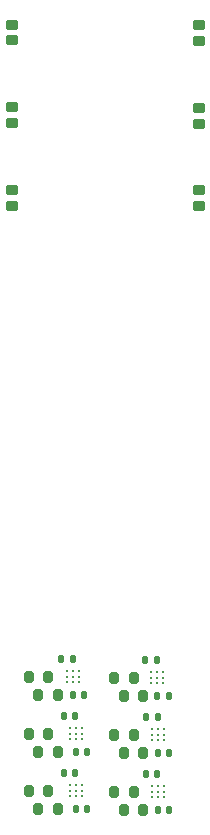
<source format=gbr>
%TF.GenerationSoftware,KiCad,Pcbnew,(6.0.0)*%
%TF.CreationDate,2022-06-30T15:43:38+09:00*%
%TF.ProjectId,TipLets_Board,5469704c-6574-4735-9f42-6f6172642e6b,rev?*%
%TF.SameCoordinates,Original*%
%TF.FileFunction,Paste,Top*%
%TF.FilePolarity,Positive*%
%FSLAX46Y46*%
G04 Gerber Fmt 4.6, Leading zero omitted, Abs format (unit mm)*
G04 Created by KiCad (PCBNEW (6.0.0)) date 2022-06-30 15:43:38*
%MOMM*%
%LPD*%
G01*
G04 APERTURE LIST*
G04 Aperture macros list*
%AMRoundRect*
0 Rectangle with rounded corners*
0 $1 Rounding radius*
0 $2 $3 $4 $5 $6 $7 $8 $9 X,Y pos of 4 corners*
0 Add a 4 corners polygon primitive as box body*
4,1,4,$2,$3,$4,$5,$6,$7,$8,$9,$2,$3,0*
0 Add four circle primitives for the rounded corners*
1,1,$1+$1,$2,$3*
1,1,$1+$1,$4,$5*
1,1,$1+$1,$6,$7*
1,1,$1+$1,$8,$9*
0 Add four rect primitives between the rounded corners*
20,1,$1+$1,$2,$3,$4,$5,0*
20,1,$1+$1,$4,$5,$6,$7,0*
20,1,$1+$1,$6,$7,$8,$9,0*
20,1,$1+$1,$8,$9,$2,$3,0*%
G04 Aperture macros list end*
%ADD10RoundRect,0.140000X-0.140000X-0.170000X0.140000X-0.170000X0.140000X0.170000X-0.140000X0.170000X0*%
%ADD11RoundRect,0.200000X-0.350000X-0.200000X0.350000X-0.200000X0.350000X0.200000X-0.350000X0.200000X0*%
%ADD12RoundRect,0.140000X0.140000X0.170000X-0.140000X0.170000X-0.140000X-0.170000X0.140000X-0.170000X0*%
%ADD13RoundRect,0.200000X-0.200000X-0.275000X0.200000X-0.275000X0.200000X0.275000X-0.200000X0.275000X0*%
%ADD14RoundRect,0.200000X0.350000X0.200000X-0.350000X0.200000X-0.350000X-0.200000X0.350000X-0.200000X0*%
%ADD15C,0.240000*%
G04 APERTURE END LIST*
D10*
%TO.C,C1*%
X34078560Y-110008000D03*
X35038560Y-110008000D03*
%TD*%
D11*
%TO.C,M1*%
X21720134Y-53192000D03*
X21730134Y-54532000D03*
%TD*%
D12*
%TO.C,C6*%
X34070560Y-116612000D03*
X33110560Y-116612000D03*
%TD*%
D13*
%TO.C,R5*%
X30411560Y-118156000D03*
X32061560Y-118156000D03*
%TD*%
D10*
%TO.C,C3*%
X34126560Y-114834000D03*
X35086560Y-114834000D03*
%TD*%
D13*
%TO.C,R12*%
X23971560Y-119569000D03*
X25621560Y-119569000D03*
%TD*%
D14*
%TO.C,M4*%
X37579867Y-54562000D03*
X37569867Y-53222000D03*
%TD*%
D10*
%TO.C,C11*%
X27175000Y-119575170D03*
X28135000Y-119575170D03*
%TD*%
D13*
%TO.C,R3*%
X30411560Y-113330000D03*
X32061560Y-113330000D03*
%TD*%
D15*
%TO.C,U2*%
X34098560Y-112792800D03*
X33598560Y-113792800D03*
X34098560Y-113292800D03*
X33598560Y-113292800D03*
X33598560Y-112792800D03*
X34598560Y-112792800D03*
X34598560Y-113292800D03*
X34598560Y-113792800D03*
X34098560Y-113792800D03*
%TD*%
D13*
%TO.C,R8*%
X23971560Y-109917000D03*
X25621560Y-109917000D03*
%TD*%
D14*
%TO.C,M5*%
X37589867Y-61562000D03*
X37579867Y-60222000D03*
%TD*%
D15*
%TO.C,U4*%
X26905000Y-107881970D03*
X26405000Y-108881970D03*
X26905000Y-108381970D03*
X26405000Y-108381970D03*
X26405000Y-107881970D03*
X27405000Y-107881970D03*
X27405000Y-108381970D03*
X27405000Y-108881970D03*
X26905000Y-108881970D03*
%TD*%
D13*
%TO.C,R1*%
X30411560Y-108504000D03*
X32061560Y-108504000D03*
%TD*%
%TO.C,R2*%
X31231560Y-109990000D03*
X32881560Y-109990000D03*
%TD*%
D14*
%TO.C,M6*%
X37579867Y-68562000D03*
X37569867Y-67222000D03*
%TD*%
D12*
%TO.C,C4*%
X34098560Y-111786000D03*
X33138560Y-111786000D03*
%TD*%
D10*
%TO.C,C7*%
X26925000Y-109923170D03*
X27885000Y-109923170D03*
%TD*%
%TO.C,C9*%
X27175000Y-114749170D03*
X28135000Y-114749170D03*
%TD*%
D13*
%TO.C,R7*%
X23194560Y-108398000D03*
X24844560Y-108398000D03*
%TD*%
D12*
%TO.C,C10*%
X27119000Y-111701170D03*
X26159000Y-111701170D03*
%TD*%
D13*
%TO.C,R9*%
X23194560Y-113224000D03*
X24844560Y-113224000D03*
%TD*%
D12*
%TO.C,C12*%
X27091000Y-116527170D03*
X26131000Y-116527170D03*
%TD*%
D11*
%TO.C,M3*%
X21740134Y-67212000D03*
X21750134Y-68552000D03*
%TD*%
D15*
%TO.C,U6*%
X27147000Y-117533970D03*
X26647000Y-118533970D03*
X27147000Y-118033970D03*
X26647000Y-118033970D03*
X26647000Y-117533970D03*
X27647000Y-117533970D03*
X27647000Y-118033970D03*
X27647000Y-118533970D03*
X27147000Y-118533970D03*
%TD*%
%TO.C,U5*%
X27147000Y-112707970D03*
X26647000Y-113707970D03*
X27147000Y-113207970D03*
X26647000Y-113207970D03*
X26647000Y-112707970D03*
X27647000Y-112707970D03*
X27647000Y-113207970D03*
X27647000Y-113707970D03*
X27147000Y-113707970D03*
%TD*%
D13*
%TO.C,R4*%
X31231560Y-114816000D03*
X32881560Y-114816000D03*
%TD*%
%TO.C,R10*%
X23971560Y-114743000D03*
X25621560Y-114743000D03*
%TD*%
%TO.C,R11*%
X23194560Y-118050000D03*
X24844560Y-118050000D03*
%TD*%
D12*
%TO.C,C2*%
X34022560Y-106960000D03*
X33062560Y-106960000D03*
%TD*%
D15*
%TO.C,U1*%
X34050560Y-107966800D03*
X33550560Y-108966800D03*
X34050560Y-108466800D03*
X33550560Y-108466800D03*
X33550560Y-107966800D03*
X34550560Y-107966800D03*
X34550560Y-108466800D03*
X34550560Y-108966800D03*
X34050560Y-108966800D03*
%TD*%
%TO.C,U3*%
X34098560Y-117618800D03*
X33598560Y-118618800D03*
X34098560Y-118118800D03*
X33598560Y-118118800D03*
X33598560Y-117618800D03*
X34598560Y-117618800D03*
X34598560Y-118118800D03*
X34598560Y-118618800D03*
X34098560Y-118618800D03*
%TD*%
D11*
%TO.C,M2*%
X21730134Y-60192000D03*
X21740134Y-61532000D03*
%TD*%
D13*
%TO.C,R6*%
X31231560Y-119642000D03*
X32881560Y-119642000D03*
%TD*%
D10*
%TO.C,C5*%
X34126560Y-119660000D03*
X35086560Y-119660000D03*
%TD*%
D12*
%TO.C,C8*%
X26885000Y-106875170D03*
X25925000Y-106875170D03*
%TD*%
M02*

</source>
